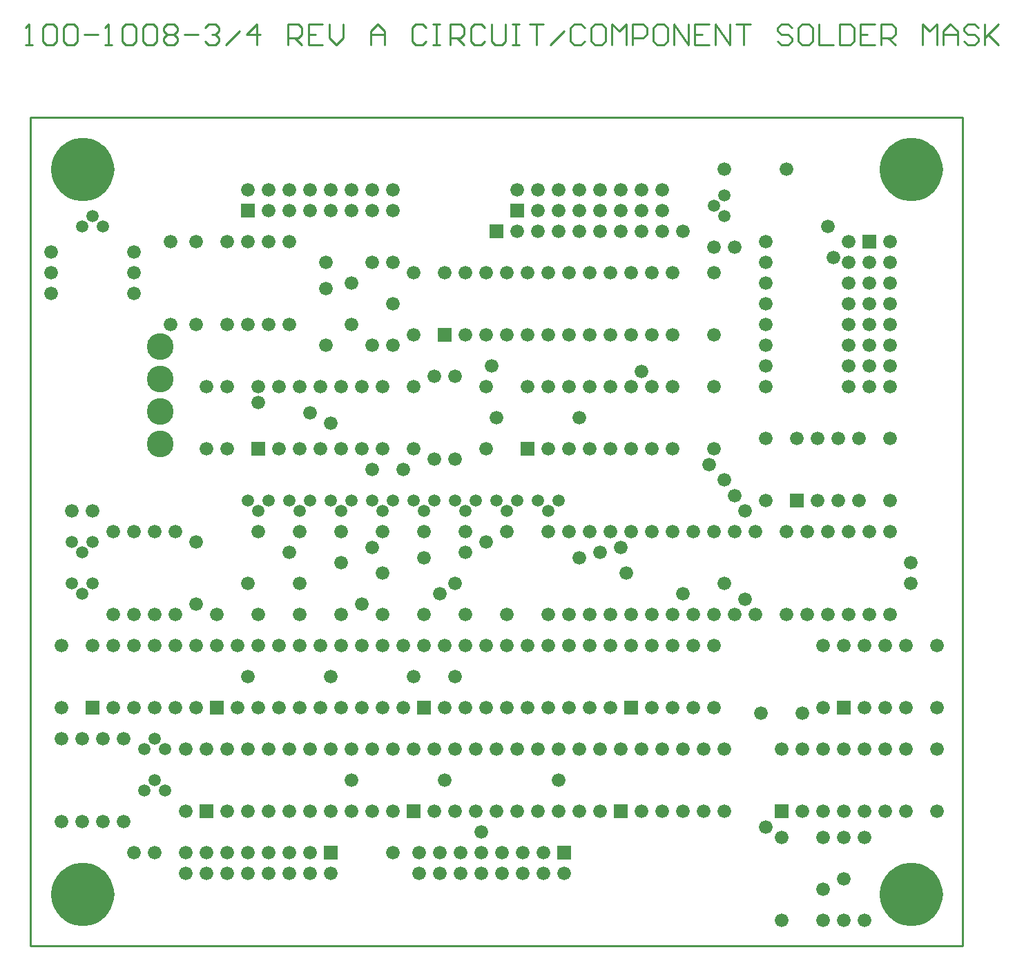
<source format=gbs>
*%FSLAX23Y23*%
*%MOIN*%
G01*
%ADD11C,0.006*%
%ADD12C,0.007*%
%ADD13C,0.008*%
%ADD14C,0.010*%
%ADD15C,0.012*%
%ADD16C,0.032*%
%ADD17C,0.036*%
%ADD18C,0.050*%
%ADD19C,0.052*%
%ADD20C,0.055*%
%ADD21C,0.056*%
%ADD22C,0.059*%
%ADD23C,0.062*%
%ADD24C,0.066*%
%ADD25C,0.070*%
%ADD26C,0.090*%
%ADD27C,0.125*%
%ADD28C,0.129*%
%ADD29C,0.140*%
%ADD30C,0.160*%
%ADD31C,0.250*%
%ADD32R,0.062X0.062*%
%ADD33R,0.066X0.066*%
D14*
X7013Y10114D02*
X7046D01*
X7030D01*
Y10214D01*
X7031D01*
X7030D02*
X7013Y10197D01*
X7096D02*
X7113Y10214D01*
X7146D01*
X7163Y10197D01*
Y10131D01*
X7146Y10114D01*
X7113D01*
X7096Y10131D01*
Y10197D01*
X7196D02*
X7213Y10214D01*
X7246D01*
X7263Y10197D01*
Y10131D01*
X7246Y10114D01*
X7213D01*
X7196Y10131D01*
Y10197D01*
X7296Y10164D02*
X7363D01*
X7396Y10114D02*
X7430D01*
X7413D01*
Y10214D01*
X7414D01*
X7413D02*
X7396Y10197D01*
X7480D02*
X7496Y10214D01*
X7530D01*
X7546Y10197D01*
Y10131D01*
X7530Y10114D01*
X7496D01*
X7480Y10131D01*
Y10197D01*
X7579D02*
X7596Y10214D01*
X7629D01*
X7646Y10197D01*
Y10131D01*
X7629Y10114D01*
X7596D01*
X7579Y10131D01*
Y10197D01*
X7679D02*
X7696Y10214D01*
X7729D01*
X7746Y10197D01*
Y10181D01*
X7729Y10164D01*
X7746Y10147D01*
Y10131D01*
X7729Y10114D01*
X7696D01*
X7679Y10131D01*
Y10147D01*
X7696Y10164D01*
X7679Y10181D01*
Y10197D01*
X7696Y10164D02*
X7729D01*
X7779D02*
X7846D01*
X7879Y10197D02*
X7896Y10214D01*
X7929D01*
X7946Y10197D01*
Y10181D01*
X7947D01*
X7946D02*
X7947D01*
X7946D02*
X7947D01*
X7946D02*
X7929Y10164D01*
X7913D01*
X7929D01*
X7946Y10147D01*
Y10131D01*
X7929Y10114D01*
X7896D01*
X7879Y10131D01*
X7979Y10114D02*
X8046Y10181D01*
X8129Y10214D02*
Y10114D01*
X8079Y10164D02*
X8129Y10214D01*
X8146Y10164D02*
X8079D01*
X8279Y10114D02*
Y10214D01*
X8329D01*
X8346Y10197D01*
Y10164D01*
X8329Y10147D01*
X8279D01*
X8313D02*
X8346Y10114D01*
X8379Y10214D02*
X8446D01*
X8379D02*
Y10114D01*
X8446D01*
X8413Y10164D02*
X8379D01*
X8479Y10147D02*
Y10214D01*
Y10147D02*
X8513Y10114D01*
X8546Y10147D01*
Y10214D01*
X8679Y10181D02*
Y10114D01*
Y10181D02*
X8712Y10214D01*
X8746Y10181D01*
Y10114D01*
Y10164D01*
X8679D01*
X8929Y10214D02*
X8946Y10197D01*
X8929Y10214D02*
X8896D01*
X8879Y10197D01*
Y10131D01*
X8896Y10114D01*
X8929D01*
X8946Y10131D01*
X8979Y10214D02*
X9012D01*
X8996D01*
Y10114D01*
X8979D01*
X9012D01*
X9062D02*
Y10214D01*
X9112D01*
X9129Y10197D01*
Y10164D01*
X9112Y10147D01*
X9062D01*
X9096D02*
X9129Y10114D01*
X9229Y10197D02*
X9212Y10214D01*
X9179D01*
X9162Y10197D01*
Y10131D01*
X9179Y10114D01*
X9212D01*
X9229Y10131D01*
X9262D02*
Y10214D01*
Y10131D02*
X9279Y10114D01*
X9312D01*
X9329Y10131D01*
Y10214D01*
X9362D02*
X9396D01*
X9379D01*
Y10114D01*
X9362D01*
X9396D01*
X9446Y10214D02*
X9512D01*
X9479D01*
Y10114D01*
X9546D02*
X9612Y10181D01*
X9695Y10214D02*
X9712Y10197D01*
X9695Y10214D02*
X9662D01*
X9645Y10197D01*
Y10131D01*
X9662Y10114D01*
X9695D01*
X9712Y10131D01*
X9762Y10214D02*
X9795D01*
X9762D02*
X9745Y10197D01*
Y10131D01*
X9762Y10114D01*
X9795D01*
X9812Y10131D01*
Y10197D01*
X9795Y10214D01*
X9845D02*
Y10114D01*
X9879Y10181D02*
X9845Y10214D01*
X9879Y10181D02*
X9912Y10214D01*
Y10114D01*
X9945D02*
Y10214D01*
X9995D01*
X10012Y10197D01*
Y10164D01*
X9995Y10147D01*
X9945D01*
X10062Y10214D02*
X10095D01*
X10062D02*
X10045Y10197D01*
Y10131D01*
X10062Y10114D01*
X10095D01*
X10112Y10131D01*
Y10197D01*
X10095Y10214D01*
X10145D02*
Y10114D01*
X10212D02*
X10145Y10214D01*
X10212D02*
Y10114D01*
X10245Y10214D02*
X10312D01*
X10245D02*
Y10114D01*
X10312D01*
X10279Y10164D02*
X10245D01*
X10345Y10114D02*
Y10214D01*
X10412Y10114D01*
Y10214D01*
X10445D02*
X10512D01*
X10479D01*
Y10114D01*
X10695Y10214D02*
X10712Y10197D01*
X10695Y10214D02*
X10662D01*
X10645Y10197D01*
Y10181D01*
X10662Y10164D01*
X10695D01*
X10712Y10147D01*
Y10131D01*
X10695Y10114D01*
X10662D01*
X10645Y10131D01*
X10762Y10214D02*
X10795D01*
X10762D02*
X10745Y10197D01*
Y10131D01*
X10762Y10114D01*
X10795D01*
X10812Y10131D01*
Y10197D01*
X10795Y10214D01*
X10845D02*
Y10114D01*
X10912D01*
X10945D02*
Y10214D01*
Y10114D02*
X10995D01*
X11012Y10131D01*
Y10197D01*
X10995Y10214D01*
X10945D01*
X11045D02*
X11112D01*
X11045D02*
Y10114D01*
X11112D01*
X11078Y10164D02*
X11045D01*
X11145Y10114D02*
Y10214D01*
X11195D01*
X11212Y10197D01*
Y10164D01*
X11195Y10147D01*
X11145D01*
X11178D02*
X11212Y10114D01*
X11345D02*
Y10214D01*
X11378Y10181D01*
X11412Y10214D01*
Y10114D01*
X11445D02*
Y10181D01*
X11478Y10214D01*
X11512Y10181D01*
Y10114D01*
Y10164D01*
X11445D01*
X11595Y10214D02*
X11612Y10197D01*
X11595Y10214D02*
X11562D01*
X11545Y10197D01*
Y10181D01*
X11562Y10164D01*
X11595D01*
X11612Y10147D01*
Y10131D01*
X11595Y10114D01*
X11562D01*
X11545Y10131D01*
X11645Y10114D02*
Y10214D01*
Y10147D02*
Y10114D01*
Y10147D02*
X11711Y10214D01*
X11661Y10164D01*
X11711Y10114D01*
X11538Y9764D02*
X7038D01*
Y5764D02*
X11538D01*
X7038D02*
Y9764D01*
X11538D02*
Y5764D01*
D18*
X7161Y6014D02*
X7162D01*
X7161D02*
X7161Y6004D01*
X7163Y5994D01*
X7165Y5984D01*
X7168Y5974D01*
X7171Y5964D01*
X7176Y5955D01*
X7181Y5946D01*
X7186Y5938D01*
X7193Y5930D01*
X7200Y5922D01*
X7208Y5916D01*
X7216Y5909D01*
X7224Y5904D01*
X7234Y5899D01*
X7243Y5895D01*
X7253Y5892D01*
X7263Y5890D01*
X7273Y5888D01*
X7283Y5887D01*
X7293D01*
X7303Y5888D01*
X7313Y5890D01*
X7323Y5892D01*
X7333Y5895D01*
X7342Y5899D01*
X7352Y5904D01*
X7360Y5909D01*
X7368Y5916D01*
X7376Y5922D01*
X7383Y5930D01*
X7390Y5938D01*
X7395Y5946D01*
X7400Y5955D01*
X7405Y5964D01*
X7408Y5974D01*
X7411Y5984D01*
X7413Y5994D01*
X7415Y6004D01*
X7415Y6014D01*
X7416D01*
X7415D02*
X7415Y6024D01*
X7413Y6034D01*
X7411Y6044D01*
X7408Y6054D01*
X7405Y6064D01*
X7400Y6073D01*
X7395Y6082D01*
X7390Y6090D01*
X7383Y6098D01*
X7376Y6106D01*
X7368Y6112D01*
X7360Y6119D01*
X7352Y6124D01*
X7342Y6129D01*
X7333Y6133D01*
X7323Y6136D01*
X7313Y6138D01*
X7303Y6140D01*
X7293Y6141D01*
X7283D01*
X7273Y6140D01*
X7263Y6138D01*
X7253Y6136D01*
X7243Y6133D01*
X7234Y6129D01*
X7224Y6124D01*
X7216Y6119D01*
X7208Y6112D01*
X7200Y6106D01*
X7193Y6098D01*
X7186Y6090D01*
X7181Y6082D01*
X7176Y6073D01*
X7171Y6064D01*
X7168Y6054D01*
X7165Y6044D01*
X7163Y6034D01*
X7161Y6024D01*
X7161Y6014D01*
X7209D02*
X7210D01*
X7209D02*
X7210Y6005D01*
X7211Y5996D01*
X7214Y5987D01*
X7217Y5979D01*
X7222Y5971D01*
X7227Y5963D01*
X7234Y5957D01*
X7241Y5951D01*
X7248Y5946D01*
X7257Y5941D01*
X7265Y5938D01*
X7274Y5936D01*
X7283Y5935D01*
X7293D01*
X7302Y5936D01*
X7311Y5938D01*
X7319Y5941D01*
X7328Y5946D01*
X7335Y5951D01*
X7342Y5957D01*
X7349Y5963D01*
X7354Y5971D01*
X7359Y5979D01*
X7362Y5987D01*
X7365Y5996D01*
X7366Y6005D01*
X7367Y6014D01*
X7368D01*
X7367D02*
X7366Y6023D01*
X7365Y6032D01*
X7362Y6041D01*
X7359Y6049D01*
X7354Y6057D01*
X7349Y6065D01*
X7342Y6071D01*
X7335Y6077D01*
X7328Y6082D01*
X7319Y6087D01*
X7311Y6090D01*
X7302Y6092D01*
X7293Y6093D01*
X7283D01*
X7274Y6092D01*
X7265Y6090D01*
X7257Y6087D01*
X7248Y6082D01*
X7241Y6077D01*
X7234Y6071D01*
X7227Y6065D01*
X7222Y6057D01*
X7217Y6049D01*
X7214Y6041D01*
X7211Y6032D01*
X7210Y6023D01*
X7209Y6014D01*
X7257D02*
X7258D01*
X7257D02*
X7258Y6008D01*
X7260Y6001D01*
X7263Y5996D01*
X7267Y5991D01*
X7272Y5987D01*
X7278Y5985D01*
X7285Y5983D01*
X7291D01*
X7298Y5985D01*
X7304Y5987D01*
X7309Y5991D01*
X7313Y5996D01*
X7316Y6001D01*
X7318Y6008D01*
X7319Y6014D01*
X7320D01*
X7319D02*
X7318Y6020D01*
X7316Y6027D01*
X7313Y6032D01*
X7309Y6037D01*
X7304Y6041D01*
X7298Y6043D01*
X7291Y6045D01*
X7285D01*
X7278Y6043D01*
X7272Y6041D01*
X7267Y6037D01*
X7263Y6032D01*
X7260Y6027D01*
X7258Y6020D01*
X7257Y6014D01*
X7288D02*
D03*
X7161Y9514D02*
X7162D01*
X7161D02*
X7161Y9504D01*
X7163Y9494D01*
X7165Y9484D01*
X7168Y9474D01*
X7171Y9464D01*
X7176Y9455D01*
X7181Y9446D01*
X7186Y9438D01*
X7193Y9430D01*
X7200Y9422D01*
X7208Y9416D01*
X7216Y9409D01*
X7224Y9404D01*
X7234Y9399D01*
X7243Y9395D01*
X7253Y9392D01*
X7263Y9390D01*
X7273Y9388D01*
X7283Y9387D01*
X7293D01*
X7303Y9388D01*
X7313Y9390D01*
X7323Y9392D01*
X7333Y9395D01*
X7342Y9399D01*
X7352Y9404D01*
X7360Y9409D01*
X7368Y9416D01*
X7376Y9422D01*
X7383Y9430D01*
X7390Y9438D01*
X7395Y9446D01*
X7400Y9455D01*
X7405Y9464D01*
X7408Y9474D01*
X7411Y9484D01*
X7413Y9494D01*
X7415Y9504D01*
X7415Y9514D01*
X7416D01*
X7415D02*
X7415Y9524D01*
X7413Y9534D01*
X7411Y9544D01*
X7408Y9554D01*
X7405Y9564D01*
X7400Y9573D01*
X7395Y9582D01*
X7390Y9590D01*
X7383Y9598D01*
X7376Y9606D01*
X7368Y9612D01*
X7360Y9619D01*
X7352Y9624D01*
X7342Y9629D01*
X7333Y9633D01*
X7323Y9636D01*
X7313Y9638D01*
X7303Y9640D01*
X7293Y9641D01*
X7283D01*
X7273Y9640D01*
X7263Y9638D01*
X7253Y9636D01*
X7243Y9633D01*
X7234Y9629D01*
X7224Y9624D01*
X7216Y9619D01*
X7208Y9612D01*
X7200Y9606D01*
X7193Y9598D01*
X7186Y9590D01*
X7181Y9582D01*
X7176Y9573D01*
X7171Y9564D01*
X7168Y9554D01*
X7165Y9544D01*
X7163Y9534D01*
X7161Y9524D01*
X7161Y9514D01*
X7209D02*
X7210D01*
X7209D02*
X7210Y9505D01*
X7211Y9496D01*
X7214Y9487D01*
X7217Y9479D01*
X7222Y9471D01*
X7227Y9463D01*
X7234Y9457D01*
X7241Y9451D01*
X7248Y9446D01*
X7257Y9441D01*
X7265Y9438D01*
X7274Y9436D01*
X7283Y9435D01*
X7293D01*
X7302Y9436D01*
X7311Y9438D01*
X7319Y9441D01*
X7328Y9446D01*
X7335Y9451D01*
X7342Y9457D01*
X7349Y9463D01*
X7354Y9471D01*
X7359Y9479D01*
X7362Y9487D01*
X7365Y9496D01*
X7366Y9505D01*
X7367Y9514D01*
X7368D01*
X7367D02*
X7366Y9523D01*
X7365Y9532D01*
X7362Y9541D01*
X7359Y9549D01*
X7354Y9557D01*
X7349Y9565D01*
X7342Y9571D01*
X7335Y9577D01*
X7328Y9582D01*
X7319Y9587D01*
X7311Y9590D01*
X7302Y9592D01*
X7293Y9593D01*
X7283D01*
X7274Y9592D01*
X7265Y9590D01*
X7257Y9587D01*
X7248Y9582D01*
X7241Y9577D01*
X7234Y9571D01*
X7227Y9565D01*
X7222Y9557D01*
X7217Y9549D01*
X7214Y9541D01*
X7211Y9532D01*
X7210Y9523D01*
X7209Y9514D01*
X7257D02*
X7258D01*
X7257D02*
X7258Y9508D01*
X7260Y9501D01*
X7263Y9496D01*
X7267Y9491D01*
X7272Y9487D01*
X7278Y9485D01*
X7285Y9483D01*
X7291D01*
X7298Y9485D01*
X7304Y9487D01*
X7309Y9491D01*
X7313Y9496D01*
X7316Y9501D01*
X7318Y9508D01*
X7319Y9514D01*
X7320D01*
X7319D02*
X7318Y9520D01*
X7316Y9527D01*
X7313Y9532D01*
X7309Y9537D01*
X7304Y9541D01*
X7298Y9543D01*
X7291Y9545D01*
X7285D01*
X7278Y9543D01*
X7272Y9541D01*
X7267Y9537D01*
X7263Y9532D01*
X7260Y9527D01*
X7258Y9520D01*
X7257Y9514D01*
X7288D02*
D03*
X11161Y6014D02*
X11162D01*
X11161D02*
X11161Y6004D01*
X11163Y5994D01*
X11165Y5984D01*
X11168Y5974D01*
X11171Y5964D01*
X11176Y5955D01*
X11181Y5946D01*
X11186Y5938D01*
X11193Y5930D01*
X11200Y5922D01*
X11208Y5916D01*
X11216Y5909D01*
X11224Y5904D01*
X11234Y5899D01*
X11243Y5895D01*
X11253Y5892D01*
X11263Y5890D01*
X11273Y5888D01*
X11283Y5887D01*
X11293D01*
X11303Y5888D01*
X11313Y5890D01*
X11323Y5892D01*
X11333Y5895D01*
X11342Y5899D01*
X11352Y5904D01*
X11360Y5909D01*
X11368Y5916D01*
X11376Y5922D01*
X11383Y5930D01*
X11390Y5938D01*
X11395Y5946D01*
X11400Y5955D01*
X11405Y5964D01*
X11408Y5974D01*
X11411Y5984D01*
X11413Y5994D01*
X11415Y6004D01*
X11415Y6014D01*
X11416D01*
X11415D02*
X11415Y6024D01*
X11413Y6034D01*
X11411Y6044D01*
X11408Y6054D01*
X11405Y6064D01*
X11400Y6073D01*
X11395Y6082D01*
X11390Y6090D01*
X11383Y6098D01*
X11376Y6106D01*
X11368Y6112D01*
X11360Y6119D01*
X11352Y6124D01*
X11342Y6129D01*
X11333Y6133D01*
X11323Y6136D01*
X11313Y6138D01*
X11303Y6140D01*
X11293Y6141D01*
X11283D01*
X11273Y6140D01*
X11263Y6138D01*
X11253Y6136D01*
X11243Y6133D01*
X11234Y6129D01*
X11224Y6124D01*
X11216Y6119D01*
X11208Y6112D01*
X11200Y6106D01*
X11193Y6098D01*
X11186Y6090D01*
X11181Y6082D01*
X11176Y6073D01*
X11171Y6064D01*
X11168Y6054D01*
X11165Y6044D01*
X11163Y6034D01*
X11161Y6024D01*
X11161Y6014D01*
X11209D02*
X11210D01*
X11209D02*
X11210Y6005D01*
X11211Y5996D01*
X11214Y5987D01*
X11217Y5979D01*
X11222Y5971D01*
X11227Y5963D01*
X11234Y5957D01*
X11241Y5951D01*
X11248Y5946D01*
X11257Y5941D01*
X11265Y5938D01*
X11274Y5936D01*
X11283Y5935D01*
X11293D01*
X11302Y5936D01*
X11311Y5938D01*
X11319Y5941D01*
X11328Y5946D01*
X11335Y5951D01*
X11342Y5957D01*
X11349Y5963D01*
X11354Y5971D01*
X11359Y5979D01*
X11362Y5987D01*
X11365Y5996D01*
X11366Y6005D01*
X11367Y6014D01*
X11368D01*
X11367D02*
X11366Y6023D01*
X11365Y6032D01*
X11362Y6041D01*
X11359Y6049D01*
X11354Y6057D01*
X11349Y6065D01*
X11342Y6071D01*
X11335Y6077D01*
X11328Y6082D01*
X11319Y6087D01*
X11311Y6090D01*
X11302Y6092D01*
X11293Y6093D01*
X11283D01*
X11274Y6092D01*
X11265Y6090D01*
X11257Y6087D01*
X11248Y6082D01*
X11241Y6077D01*
X11234Y6071D01*
X11227Y6065D01*
X11222Y6057D01*
X11217Y6049D01*
X11214Y6041D01*
X11211Y6032D01*
X11210Y6023D01*
X11209Y6014D01*
X11257D02*
X11258D01*
X11257D02*
X11258Y6008D01*
X11260Y6001D01*
X11263Y5996D01*
X11267Y5991D01*
X11272Y5987D01*
X11278Y5985D01*
X11285Y5983D01*
X11291D01*
X11298Y5985D01*
X11304Y5987D01*
X11309Y5991D01*
X11313Y5996D01*
X11316Y6001D01*
X11318Y6008D01*
X11319Y6014D01*
X11320D01*
X11319D02*
X11318Y6020D01*
X11316Y6027D01*
X11313Y6032D01*
X11309Y6037D01*
X11304Y6041D01*
X11298Y6043D01*
X11291Y6045D01*
X11285D01*
X11278Y6043D01*
X11272Y6041D01*
X11267Y6037D01*
X11263Y6032D01*
X11260Y6027D01*
X11258Y6020D01*
X11257Y6014D01*
X11288D02*
D03*
X11161Y9514D02*
X11162D01*
X11161D02*
X11161Y9504D01*
X11163Y9494D01*
X11165Y9484D01*
X11168Y9474D01*
X11171Y9464D01*
X11176Y9455D01*
X11181Y9446D01*
X11186Y9438D01*
X11193Y9430D01*
X11200Y9422D01*
X11208Y9416D01*
X11216Y9409D01*
X11224Y9404D01*
X11234Y9399D01*
X11243Y9395D01*
X11253Y9392D01*
X11263Y9390D01*
X11273Y9388D01*
X11283Y9387D01*
X11293D01*
X11303Y9388D01*
X11313Y9390D01*
X11323Y9392D01*
X11333Y9395D01*
X11342Y9399D01*
X11352Y9404D01*
X11360Y9409D01*
X11368Y9416D01*
X11376Y9422D01*
X11383Y9430D01*
X11390Y9438D01*
X11395Y9446D01*
X11400Y9455D01*
X11405Y9464D01*
X11408Y9474D01*
X11411Y9484D01*
X11413Y9494D01*
X11415Y9504D01*
X11415Y9514D01*
X11416D01*
X11415D02*
X11415Y9524D01*
X11413Y9534D01*
X11411Y9544D01*
X11408Y9554D01*
X11405Y9564D01*
X11400Y9573D01*
X11395Y9582D01*
X11390Y9590D01*
X11383Y9598D01*
X11376Y9606D01*
X11368Y9612D01*
X11360Y9619D01*
X11352Y9624D01*
X11342Y9629D01*
X11333Y9633D01*
X11323Y9636D01*
X11313Y9638D01*
X11303Y9640D01*
X11293Y9641D01*
X11283D01*
X11273Y9640D01*
X11263Y9638D01*
X11253Y9636D01*
X11243Y9633D01*
X11234Y9629D01*
X11224Y9624D01*
X11216Y9619D01*
X11208Y9612D01*
X11200Y9606D01*
X11193Y9598D01*
X11186Y9590D01*
X11181Y9582D01*
X11176Y9573D01*
X11171Y9564D01*
X11168Y9554D01*
X11165Y9544D01*
X11163Y9534D01*
X11161Y9524D01*
X11161Y9514D01*
X11209D02*
X11210D01*
X11209D02*
X11210Y9505D01*
X11211Y9496D01*
X11214Y9487D01*
X11217Y9479D01*
X11222Y9471D01*
X11227Y9463D01*
X11234Y9457D01*
X11241Y9451D01*
X11248Y9446D01*
X11257Y9441D01*
X11265Y9438D01*
X11274Y9436D01*
X11283Y9435D01*
X11293D01*
X11302Y9436D01*
X11311Y9438D01*
X11319Y9441D01*
X11328Y9446D01*
X11335Y9451D01*
X11342Y9457D01*
X11349Y9463D01*
X11354Y9471D01*
X11359Y9479D01*
X11362Y9487D01*
X11365Y9496D01*
X11366Y9505D01*
X11367Y9514D01*
X11368D01*
X11367D02*
X11366Y9523D01*
X11365Y9532D01*
X11362Y9541D01*
X11359Y9549D01*
X11354Y9557D01*
X11349Y9565D01*
X11342Y9571D01*
X11335Y9577D01*
X11328Y9582D01*
X11319Y9587D01*
X11311Y9590D01*
X11302Y9592D01*
X11293Y9593D01*
X11283D01*
X11274Y9592D01*
X11265Y9590D01*
X11257Y9587D01*
X11248Y9582D01*
X11241Y9577D01*
X11234Y9571D01*
X11227Y9565D01*
X11222Y9557D01*
X11217Y9549D01*
X11214Y9541D01*
X11211Y9532D01*
X11210Y9523D01*
X11209Y9514D01*
X11257D02*
X11258D01*
X11257D02*
X11258Y9508D01*
X11260Y9501D01*
X11263Y9496D01*
X11267Y9491D01*
X11272Y9487D01*
X11278Y9485D01*
X11285Y9483D01*
X11291D01*
X11298Y9485D01*
X11304Y9487D01*
X11309Y9491D01*
X11313Y9496D01*
X11316Y9501D01*
X11318Y9508D01*
X11319Y9514D01*
X11320D01*
X11319D02*
X11318Y9520D01*
X11316Y9527D01*
X11313Y9532D01*
X11309Y9537D01*
X11304Y9541D01*
X11298Y9543D01*
X11291Y9545D01*
X11285D01*
X11278Y9543D01*
X11272Y9541D01*
X11267Y9537D01*
X11263Y9532D01*
X11260Y9527D01*
X11258Y9520D01*
X11257Y9514D01*
X11288D02*
D03*
D22*
X7288Y7664D02*
D03*
X7338Y7714D02*
D03*
X7238D02*
D03*
X7288Y7464D02*
D03*
X7338Y7514D02*
D03*
X7238D02*
D03*
X7388Y9239D02*
D03*
X7338Y9289D02*
D03*
X7288Y9239D02*
D03*
X7638Y6764D02*
D03*
X7588Y6714D02*
D03*
X7688D02*
D03*
X7638Y6564D02*
D03*
X7588Y6514D02*
D03*
X7688D02*
D03*
X9138Y7864D02*
D03*
X9188Y7914D02*
D03*
X9088D02*
D03*
X8938Y7864D02*
D03*
X8988Y7914D02*
D03*
X8888D02*
D03*
X8738Y7864D02*
D03*
X8788Y7914D02*
D03*
X8688D02*
D03*
X8538Y7864D02*
D03*
X8588Y7914D02*
D03*
X8488D02*
D03*
X8338Y7864D02*
D03*
X8388Y7914D02*
D03*
X8288D02*
D03*
X8138Y7864D02*
D03*
X8188Y7914D02*
D03*
X8088D02*
D03*
X9538Y7864D02*
D03*
X9588Y7914D02*
D03*
X9488D02*
D03*
X9338Y7864D02*
D03*
X9388Y7914D02*
D03*
X9288D02*
D03*
X10388Y9389D02*
D03*
X10338Y9339D02*
D03*
X10388Y9289D02*
D03*
D24*
X10963Y6089D02*
D03*
X10863Y6039D02*
D03*
X10888Y9239D02*
D03*
X10913Y9089D02*
D03*
X10588Y6339D02*
D03*
X10488Y7439D02*
D03*
X10388Y7514D02*
D03*
X10488Y7864D02*
D03*
X10388Y8014D02*
D03*
X10438Y7939D02*
D03*
X10188Y7464D02*
D03*
X10313Y8089D02*
D03*
X9988Y8539D02*
D03*
X9788Y7664D02*
D03*
X9913Y7564D02*
D03*
X9888Y7689D02*
D03*
X9588Y6564D02*
D03*
X9688Y7639D02*
D03*
Y8314D02*
D03*
X9213Y6314D02*
D03*
X9238Y7714D02*
D03*
X9288Y8314D02*
D03*
X9263Y8564D02*
D03*
X9138Y7664D02*
D03*
X9038Y6564D02*
D03*
X9088Y7064D02*
D03*
Y7514D02*
D03*
X9013Y7464D02*
D03*
X8788Y6214D02*
D03*
X8938Y7639D02*
D03*
X8888Y7064D02*
D03*
X8838Y8064D02*
D03*
X8788Y8864D02*
D03*
X8588Y6564D02*
D03*
X8738Y7564D02*
D03*
X8638Y7414D02*
D03*
X8688Y7689D02*
D03*
Y8064D02*
D03*
X8488Y7064D02*
D03*
X8538Y7614D02*
D03*
X8388Y8339D02*
D03*
X8488Y8289D02*
D03*
X8463Y8939D02*
D03*
X8338Y7514D02*
D03*
X8288Y7664D02*
D03*
X8088Y7064D02*
D03*
Y7514D02*
D03*
X8138Y8389D02*
D03*
X7938Y7364D02*
D03*
X7388Y6764D02*
D03*
Y6364D02*
D03*
X7438Y7764D02*
D03*
Y7364D02*
D03*
X7538Y7764D02*
D03*
Y7364D02*
D03*
X7338Y7214D02*
D03*
X7438D02*
D03*
X7538D02*
D03*
X7638D02*
D03*
Y6914D02*
D03*
X7538D02*
D03*
X7438D02*
D03*
X7188D02*
D03*
Y7214D02*
D03*
X7238Y7864D02*
D03*
X7338D02*
D03*
X7188Y6364D02*
D03*
Y6764D02*
D03*
X7288Y6364D02*
D03*
Y6764D02*
D03*
X7488D02*
D03*
Y6364D02*
D03*
X7138Y9114D02*
D03*
X7538D02*
D03*
Y8914D02*
D03*
X7138D02*
D03*
X7538Y9014D02*
D03*
X7138D02*
D03*
X7788Y6114D02*
D03*
Y6214D02*
D03*
X7888Y6114D02*
D03*
Y6214D02*
D03*
X7988Y6114D02*
D03*
Y6214D02*
D03*
X8088Y6114D02*
D03*
Y6214D02*
D03*
X8188Y6114D02*
D03*
Y6214D02*
D03*
X8288Y6114D02*
D03*
Y6214D02*
D03*
X8388Y6114D02*
D03*
Y6214D02*
D03*
X8488Y6114D02*
D03*
X7538Y6214D02*
D03*
X7638D02*
D03*
X7838Y7414D02*
D03*
Y7714D02*
D03*
X7738Y7764D02*
D03*
Y7364D02*
D03*
X7638Y7764D02*
D03*
Y7364D02*
D03*
X8938Y7214D02*
D03*
X9038D02*
D03*
X9138D02*
D03*
X9238D02*
D03*
X9338D02*
D03*
X9438D02*
D03*
X9538D02*
D03*
X9638D02*
D03*
Y6914D02*
D03*
X9538D02*
D03*
X9438D02*
D03*
X9338D02*
D03*
X9238D02*
D03*
X9138D02*
D03*
X9038D02*
D03*
X8838D02*
D03*
Y7214D02*
D03*
X8738D02*
D03*
Y6914D02*
D03*
X7738Y7214D02*
D03*
Y6914D02*
D03*
X7838D02*
D03*
Y7214D02*
D03*
X7938D02*
D03*
X8038D02*
D03*
X8138D02*
D03*
X8238D02*
D03*
X8338D02*
D03*
X8438D02*
D03*
X8538D02*
D03*
X8638D02*
D03*
Y6914D02*
D03*
X8538D02*
D03*
X8438D02*
D03*
X8338D02*
D03*
X8238D02*
D03*
X8138D02*
D03*
X8038D02*
D03*
X9138Y7764D02*
D03*
Y7364D02*
D03*
X8938Y7764D02*
D03*
Y7364D02*
D03*
X8738Y7764D02*
D03*
Y7364D02*
D03*
X8538Y7764D02*
D03*
Y7364D02*
D03*
X8338Y7764D02*
D03*
Y7364D02*
D03*
X8138Y7764D02*
D03*
Y7364D02*
D03*
X7788Y6414D02*
D03*
Y6714D02*
D03*
X7888D02*
D03*
X7988D02*
D03*
X8088D02*
D03*
X8188D02*
D03*
X8288D02*
D03*
X8388D02*
D03*
X8488D02*
D03*
X8588D02*
D03*
Y6414D02*
D03*
X8488D02*
D03*
X8388D02*
D03*
X8288D02*
D03*
X8188D02*
D03*
X8088D02*
D03*
X7988D02*
D03*
X8688Y6714D02*
D03*
Y6414D02*
D03*
X8788D02*
D03*
Y6714D02*
D03*
X8888D02*
D03*
X8988D02*
D03*
X9088D02*
D03*
X9188D02*
D03*
X9288D02*
D03*
X9388D02*
D03*
X9488D02*
D03*
X9588D02*
D03*
Y6414D02*
D03*
X9488D02*
D03*
X9388D02*
D03*
X9288D02*
D03*
X9188D02*
D03*
X9088D02*
D03*
X8988D02*
D03*
X7713Y8764D02*
D03*
Y9164D02*
D03*
X7838D02*
D03*
Y8764D02*
D03*
X7888Y8164D02*
D03*
Y8464D02*
D03*
X9088Y8114D02*
D03*
Y8514D02*
D03*
X8988D02*
D03*
Y8114D02*
D03*
X8088Y8764D02*
D03*
Y9164D02*
D03*
X8188D02*
D03*
Y8764D02*
D03*
X8288Y9164D02*
D03*
Y8764D02*
D03*
X8688Y9064D02*
D03*
Y8664D02*
D03*
X8788D02*
D03*
Y9064D02*
D03*
Y9414D02*
D03*
Y9314D02*
D03*
X8688Y9414D02*
D03*
Y9314D02*
D03*
X8588Y9414D02*
D03*
Y9314D02*
D03*
X8488Y9414D02*
D03*
Y9314D02*
D03*
X8388Y9414D02*
D03*
Y9314D02*
D03*
X8288Y9414D02*
D03*
Y9314D02*
D03*
X8188Y9414D02*
D03*
Y9314D02*
D03*
X8088Y9414D02*
D03*
X7988Y8164D02*
D03*
Y8464D02*
D03*
X8138D02*
D03*
X8238D02*
D03*
X8338D02*
D03*
X8438D02*
D03*
X8538D02*
D03*
X8638D02*
D03*
X8738D02*
D03*
Y8164D02*
D03*
X8638D02*
D03*
X8538D02*
D03*
X8438D02*
D03*
X8338D02*
D03*
X8238D02*
D03*
X8888D02*
D03*
Y8464D02*
D03*
X10138Y8714D02*
D03*
X10038D02*
D03*
X9938D02*
D03*
X9838D02*
D03*
X9738D02*
D03*
X9638D02*
D03*
X9538D02*
D03*
X9438D02*
D03*
X9338D02*
D03*
X9238D02*
D03*
X9138D02*
D03*
X10138Y9014D02*
D03*
X10038D02*
D03*
X9938D02*
D03*
X9838D02*
D03*
X9738D02*
D03*
X9638D02*
D03*
X9538D02*
D03*
X9438D02*
D03*
X9338D02*
D03*
X9238D02*
D03*
X9138D02*
D03*
X9038D02*
D03*
X8888Y8714D02*
D03*
Y9014D02*
D03*
X8463Y9064D02*
D03*
Y8664D02*
D03*
X8588Y8764D02*
D03*
Y8964D02*
D03*
X7988Y8764D02*
D03*
Y9164D02*
D03*
X8913Y6114D02*
D03*
Y6214D02*
D03*
X9013Y6114D02*
D03*
Y6214D02*
D03*
X9113Y6114D02*
D03*
Y6214D02*
D03*
X9213Y6114D02*
D03*
Y6214D02*
D03*
X9313Y6114D02*
D03*
Y6214D02*
D03*
X9413Y6114D02*
D03*
Y6214D02*
D03*
X9513Y6114D02*
D03*
Y6214D02*
D03*
X9613Y6114D02*
D03*
X10663Y6289D02*
D03*
Y5889D02*
D03*
X9738Y7214D02*
D03*
Y6914D02*
D03*
X9938Y7214D02*
D03*
X10038D02*
D03*
X10138D02*
D03*
X10238D02*
D03*
Y6914D02*
D03*
X10138D02*
D03*
X10038D02*
D03*
X9838D02*
D03*
Y7214D02*
D03*
X10338D02*
D03*
Y6914D02*
D03*
X9838Y7764D02*
D03*
Y7364D02*
D03*
X9738Y7764D02*
D03*
Y7364D02*
D03*
X9638Y7764D02*
D03*
Y7364D02*
D03*
X9538Y7764D02*
D03*
Y7364D02*
D03*
X9338Y7764D02*
D03*
Y7364D02*
D03*
X10538D02*
D03*
Y7764D02*
D03*
X10438D02*
D03*
Y7364D02*
D03*
X10338D02*
D03*
Y7764D02*
D03*
X10238D02*
D03*
Y7364D02*
D03*
X10138Y7764D02*
D03*
Y7364D02*
D03*
X10038D02*
D03*
Y7764D02*
D03*
X9938D02*
D03*
Y7364D02*
D03*
X10688Y7764D02*
D03*
Y7364D02*
D03*
X9688Y6714D02*
D03*
Y6414D02*
D03*
X9788D02*
D03*
Y6714D02*
D03*
X9888D02*
D03*
X9988D02*
D03*
X10088D02*
D03*
X10188D02*
D03*
Y6414D02*
D03*
X10088D02*
D03*
X9988D02*
D03*
X10288Y6714D02*
D03*
Y6414D02*
D03*
X10388D02*
D03*
Y6714D02*
D03*
X10763Y6414D02*
D03*
X10863D02*
D03*
X10963D02*
D03*
X11063D02*
D03*
X11163D02*
D03*
X11263D02*
D03*
Y6714D02*
D03*
X11163D02*
D03*
X11063D02*
D03*
X10963D02*
D03*
X10863D02*
D03*
X10763D02*
D03*
X10663D02*
D03*
X10763Y6889D02*
D03*
X10563D02*
D03*
X10988Y8464D02*
D03*
X10588D02*
D03*
X10988Y8564D02*
D03*
X10588D02*
D03*
X10988Y8664D02*
D03*
X10588D02*
D03*
X10988Y8764D02*
D03*
X10588D02*
D03*
X10988Y8864D02*
D03*
X10588D02*
D03*
X10988Y8964D02*
D03*
X10588D02*
D03*
X10988Y9064D02*
D03*
X10588D02*
D03*
X10988Y9164D02*
D03*
X10588D02*
D03*
X10088Y9414D02*
D03*
Y9314D02*
D03*
X9988Y9414D02*
D03*
Y9314D02*
D03*
X9888Y9414D02*
D03*
Y9314D02*
D03*
X9788Y9414D02*
D03*
Y9314D02*
D03*
X9688Y9414D02*
D03*
Y9314D02*
D03*
X9588Y9414D02*
D03*
Y9314D02*
D03*
X9488Y9414D02*
D03*
Y9314D02*
D03*
X9388Y9414D02*
D03*
Y9214D02*
D03*
X9488D02*
D03*
X9588D02*
D03*
X9688D02*
D03*
X9788D02*
D03*
X9888D02*
D03*
X9988D02*
D03*
X10088D02*
D03*
X10188D02*
D03*
X9438Y8464D02*
D03*
X9538D02*
D03*
X9638D02*
D03*
X9738D02*
D03*
X9838D02*
D03*
X9938D02*
D03*
X10038D02*
D03*
X10138D02*
D03*
Y8164D02*
D03*
X10038D02*
D03*
X9938D02*
D03*
X9838D02*
D03*
X9738D02*
D03*
X9638D02*
D03*
X9538D02*
D03*
X10338Y8714D02*
D03*
Y9014D02*
D03*
Y8164D02*
D03*
Y8464D02*
D03*
X9238Y8164D02*
D03*
Y8464D02*
D03*
X10588Y7914D02*
D03*
Y8214D02*
D03*
X10438Y9139D02*
D03*
X10338D02*
D03*
X10688Y9514D02*
D03*
X10388D02*
D03*
X11063Y5889D02*
D03*
Y6289D02*
D03*
X10963Y5889D02*
D03*
Y6289D02*
D03*
X10863D02*
D03*
Y5889D02*
D03*
X11413Y7214D02*
D03*
Y6914D02*
D03*
X10963Y7214D02*
D03*
X11063D02*
D03*
X11163D02*
D03*
X11263D02*
D03*
Y6914D02*
D03*
X11163D02*
D03*
X11063D02*
D03*
X10863D02*
D03*
Y7214D02*
D03*
X10788Y7764D02*
D03*
Y7364D02*
D03*
X11413Y6714D02*
D03*
Y6414D02*
D03*
X11288Y7514D02*
D03*
Y7614D02*
D03*
X10888Y7764D02*
D03*
Y7364D02*
D03*
X10988Y7764D02*
D03*
Y7364D02*
D03*
X11188D02*
D03*
Y7764D02*
D03*
X11088Y7364D02*
D03*
Y7764D02*
D03*
X11188Y8464D02*
D03*
X11088D02*
D03*
X11188Y8564D02*
D03*
X11088D02*
D03*
X11188Y8664D02*
D03*
X11088D02*
D03*
X11188Y8764D02*
D03*
X11088D02*
D03*
X11188Y8864D02*
D03*
X11088D02*
D03*
X11188Y8964D02*
D03*
X11088D02*
D03*
X11188Y9064D02*
D03*
X11088D02*
D03*
X11188Y9164D02*
D03*
Y8214D02*
D03*
Y7914D02*
D03*
X10738Y8214D02*
D03*
X10838D02*
D03*
X10938D02*
D03*
X11038D02*
D03*
Y7914D02*
D03*
X10938D02*
D03*
X10838D02*
D03*
D28*
X7663Y8345D02*
D03*
Y8501D02*
D03*
Y8657D02*
D03*
Y8189D02*
D03*
D33*
X7338Y6914D02*
D03*
X8488Y6214D02*
D03*
X8938Y6914D02*
D03*
X7938D02*
D03*
X7888Y6414D02*
D03*
X8888D02*
D03*
X8088Y9314D02*
D03*
X8138Y8164D02*
D03*
X9038Y8714D02*
D03*
X9613Y6214D02*
D03*
X9938Y6914D02*
D03*
X9888Y6414D02*
D03*
X10663D02*
D03*
X9388Y9314D02*
D03*
X9288Y9214D02*
D03*
X9438Y8164D02*
D03*
X10963Y6914D02*
D03*
X11088Y9164D02*
D03*
X10738Y7914D02*
D03*
M02*

</source>
